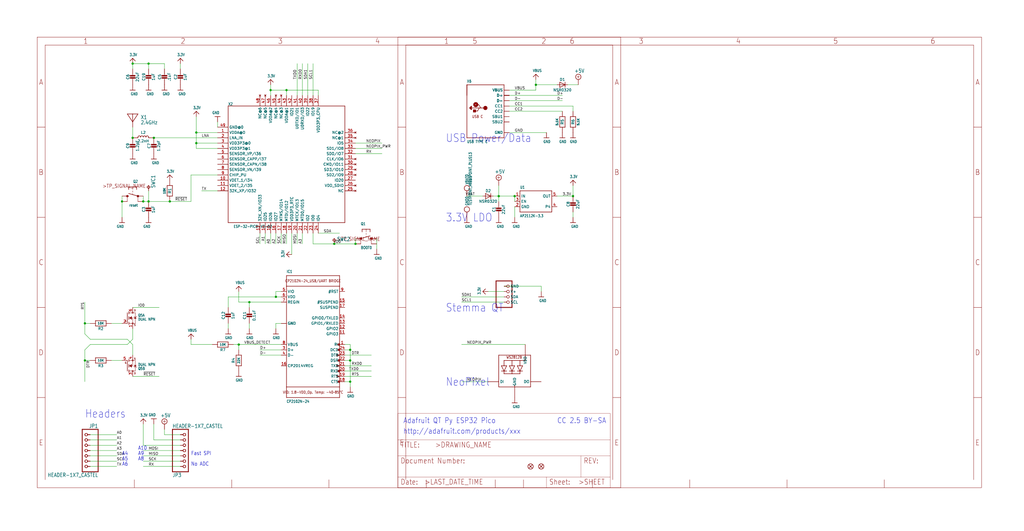
<source format=kicad_sch>
(kicad_sch (version 20211123) (generator eeschema)
  (paper "User" 490.22 254.406)
  (junction (at 71.12 30.48))
  (junction (at 93.98 68.58))
  (junction (at 238.76 93.98))
  (junction (at 119.38 144.78))
  (junction (at 114.3 165.1))
  (junction (at 160.02 116.84))
  (junction (at 137.16 43.18))
  (junction (at 71.12 96.52))
  (junction (at 63.5 30.48))
  (junction (at 132.08 142.24))
  (junction (at 246.38 93.98))
  (junction (at 167.64 167.64))
  (junction (at 93.98 63.5))
  (junction (at 40.64 154.94))
  (junction (at 129.54 43.18))
  (junction (at 170.18 116.84))
  (junction (at 256.54 40.64))
  (junction (at 167.64 172.72))
  (junction (at 167.64 182.88))
  (junction (at 73.66 66.04))
  (junction (at 68.58 96.52))
  (junction (at 274.32 93.98))
  (junction (at 81.28 96.52))
  (junction (at 40.64 172.72))
  (junction (at 63.5 66.04))
  (junction (at 58.42 96.52))
  (wire (pts (xy 246.38 96.52) (xy 246.38 93.98)))
  (wire (pts (xy 68.58 213.36) (xy 68.58 203.2)))
  (wire (pts (xy 114.3 165.1) (xy 111.76 165.1)))
  (wire (pts (xy 165.1 170.18) (xy 177.8 170.18)))
  (wire (pts (xy 238.76 88.9) (xy 238.76 93.98)))
  (wire (pts (xy 43.18 215.9) (xy 55.88 215.9)))
  (wire (pts (xy 68.58 96.52) (xy 71.12 96.52)))
  (wire (pts (xy 243.84 48.26) (xy 269.24 48.26)))
  (wire (pts (xy 241.3 139.7) (xy 233.68 139.7)))
  (wire (pts (xy 43.18 162.56) (xy 40.64 160.02)))
  (wire (pts (xy 132.08 111.76) (xy 132.08 116.84)))
  (wire (pts (xy 86.36 223.52) (xy 68.58 223.52)))
  (wire (pts (xy 170.18 68.58) (xy 182.88 68.58)))
  (wire (pts (xy 91.44 165.1) (xy 91.44 162.56)))
  (wire (pts (xy 134.62 139.7) (xy 132.08 139.7)))
  (wire (pts (xy 93.98 63.5) (xy 93.98 55.88)))
  (wire (pts (xy 137.16 43.18) (xy 152.4 43.18)))
  (wire (pts (xy 165.1 175.26) (xy 177.8 175.26)))
  (wire (pts (xy 114.3 144.78) (xy 114.3 139.7)))
  (wire (pts (xy 76.2 180.34) (xy 63.5 180.34)))
  (wire (pts (xy 63.5 165.1) (xy 60.96 162.56)))
  (wire (pts (xy 165.1 182.88) (xy 167.64 182.88)))
  (wire (pts (xy 104.14 60.96) (xy 104.14 58.42)))
  (wire (pts (xy 86.36 30.48) (xy 86.36 33.02)))
  (wire (pts (xy 86.36 218.44) (xy 68.58 218.44)))
  (wire (pts (xy 63.5 66.04) (xy 63.5 60.96)))
  (wire (pts (xy 43.18 210.82) (xy 55.88 210.82)))
  (wire (pts (xy 167.64 172.72) (xy 165.1 172.72)))
  (wire (pts (xy 104.14 71.12) (xy 93.98 71.12)))
  (wire (pts (xy 104.14 83.82) (xy 91.44 83.82)))
  (wire (pts (xy 167.64 165.1) (xy 167.64 167.64)))
  (wire (pts (xy 40.64 172.72) (xy 43.18 172.72)))
  (wire (pts (xy 134.62 144.78) (xy 119.38 144.78)))
  (wire (pts (xy 243.84 50.8) (xy 274.32 50.8)))
  (wire (pts (xy 78.74 208.28) (xy 78.74 205.74)))
  (wire (pts (xy 233.68 182.88) (xy 220.98 182.88)))
  (wire (pts (xy 63.5 147.32) (xy 76.2 147.32)))
  (wire (pts (xy 124.46 111.76) (xy 124.46 116.84)))
  (wire (pts (xy 86.36 208.28) (xy 78.74 208.28)))
  (wire (pts (xy 134.62 142.24) (xy 132.08 142.24)))
  (wire (pts (xy 137.16 43.18) (xy 137.16 45.72)))
  (wire (pts (xy 139.7 121.92) (xy 139.7 111.76)))
  (wire (pts (xy 271.78 40.64) (xy 276.86 40.64)))
  (wire (pts (xy 132.08 142.24) (xy 109.22 142.24)))
  (wire (pts (xy 93.98 68.58) (xy 104.14 68.58)))
  (wire (pts (xy 144.78 45.72) (xy 144.78 30.48)))
  (wire (pts (xy 170.18 71.12) (xy 182.88 71.12)))
  (wire (pts (xy 256.54 40.64) (xy 256.54 43.18)))
  (wire (pts (xy 177.8 177.8) (xy 165.1 177.8)))
  (wire (pts (xy 101.6 165.1) (xy 91.44 165.1)))
  (wire (pts (xy 261.62 63.5) (xy 243.84 63.5)))
  (wire (pts (xy 241.3 144.78) (xy 220.98 144.78)))
  (wire (pts (xy 60.96 162.56) (xy 43.18 162.56)))
  (wire (pts (xy 132.08 154.94) (xy 132.08 157.48)))
  (wire (pts (xy 246.38 99.06) (xy 246.38 104.14)))
  (wire (pts (xy 129.54 45.72) (xy 129.54 43.18)))
  (wire (pts (xy 58.42 104.14) (xy 58.42 96.52)))
  (wire (pts (xy 104.14 91.44) (xy 96.52 91.44)))
  (wire (pts (xy 109.22 142.24) (xy 109.22 147.32)))
  (wire (pts (xy 256.54 40.64) (xy 266.7 40.64)))
  (wire (pts (xy 63.5 33.02) (xy 63.5 30.48)))
  (wire (pts (xy 119.38 144.78) (xy 119.38 147.32)))
  (wire (pts (xy 144.78 111.76) (xy 144.78 116.84)))
  (wire (pts (xy 68.58 96.52) (xy 68.58 93.98)))
  (wire (pts (xy 86.36 220.98) (xy 68.58 220.98)))
  (wire (pts (xy 134.62 165.1) (xy 114.3 165.1)))
  (wire (pts (xy 180.34 114.3) (xy 180.34 119.38)))
  (wire (pts (xy 71.12 91.44) (xy 71.12 96.52)))
  (wire (pts (xy 78.74 33.02) (xy 78.74 30.48)))
  (wire (pts (xy 149.86 116.84) (xy 160.02 116.84)))
  (wire (pts (xy 124.46 167.64) (xy 134.62 167.64)))
  (wire (pts (xy 127 111.76) (xy 127 116.84)))
  (wire (pts (xy 236.22 93.98) (xy 238.76 93.98)))
  (wire (pts (xy 274.32 88.9) (xy 274.32 93.98)))
  (wire (pts (xy 43.18 220.98) (xy 55.88 220.98)))
  (wire (pts (xy 63.5 157.48) (xy 63.5 162.56)))
  (wire (pts (xy 55.88 213.36) (xy 43.18 213.36)))
  (wire (pts (xy 78.74 30.48) (xy 71.12 30.48)))
  (wire (pts (xy 259.08 137.16) (xy 259.08 139.7)))
  (wire (pts (xy 58.42 172.72) (xy 53.34 172.72)))
  (wire (pts (xy 40.64 144.78) (xy 40.64 154.94)))
  (wire (pts (xy 256.54 43.18) (xy 243.84 43.18)))
  (wire (pts (xy 124.46 170.18) (xy 134.62 170.18)))
  (wire (pts (xy 55.88 218.44) (xy 43.18 218.44)))
  (wire (pts (xy 129.54 43.18) (xy 129.54 40.64)))
  (wire (pts (xy 152.4 111.76) (xy 162.56 111.76)))
  (wire (pts (xy 170.18 73.66) (xy 182.88 73.66)))
  (wire (pts (xy 170.18 114.3) (xy 170.18 116.84)))
  (wire (pts (xy 93.98 71.12) (xy 93.98 68.58)))
  (wire (pts (xy 134.62 111.76) (xy 134.62 116.84)))
  (wire (pts (xy 149.86 45.72) (xy 149.86 30.48)))
  (wire (pts (xy 238.76 93.98) (xy 246.38 93.98)))
  (wire (pts (xy 119.38 144.78) (xy 114.3 144.78)))
  (wire (pts (xy 241.3 137.16) (xy 259.08 137.16)))
  (wire (pts (xy 142.24 45.72) (xy 142.24 30.48)))
  (wire (pts (xy 274.32 104.14) (xy 274.32 101.6)))
  (wire (pts (xy 43.18 223.52) (xy 55.88 223.52)))
  (wire (pts (xy 266.7 93.98) (xy 274.32 93.98)))
  (wire (pts (xy 63.5 162.56) (xy 60.96 165.1)))
  (wire (pts (xy 223.52 93.98) (xy 231.14 93.98)))
  (wire (pts (xy 165.1 180.34) (xy 177.8 180.34)))
  (wire (pts (xy 241.3 142.24) (xy 220.98 142.24)))
  (wire (pts (xy 86.36 210.82) (xy 73.66 210.82)))
  (wire (pts (xy 40.64 160.02) (xy 40.64 154.94)))
  (wire (pts (xy 170.18 116.84) (xy 160.02 116.84)))
  (wire (pts (xy 119.38 154.94) (xy 119.38 157.48)))
  (wire (pts (xy 71.12 96.52) (xy 81.28 96.52)))
  (wire (pts (xy 132.08 139.7) (xy 132.08 142.24)))
  (wire (pts (xy 238.76 96.52) (xy 238.76 93.98)))
  (wire (pts (xy 243.84 45.72) (xy 269.24 45.72)))
  (wire (pts (xy 137.16 111.76) (xy 137.16 116.84)))
  (wire (pts (xy 71.12 30.48) (xy 63.5 30.48)))
  (wire (pts (xy 40.64 154.94) (xy 43.18 154.94)))
  (wire (pts (xy 167.64 167.64) (xy 165.1 167.64)))
  (wire (pts (xy 129.54 111.76) (xy 129.54 116.84)))
  (wire (pts (xy 91.44 83.82) (xy 91.44 96.52)))
  (wire (pts (xy 243.84 53.34) (xy 269.24 53.34)))
  (wire (pts (xy 109.22 154.94) (xy 109.22 157.48)))
  (wire (pts (xy 53.34 154.94) (xy 58.42 154.94)))
  (wire (pts (xy 251.46 165.1) (xy 220.98 165.1)))
  (wire (pts (xy 73.66 66.04) (xy 104.14 66.04)))
  (wire (pts (xy 167.64 182.88) (xy 167.64 172.72)))
  (wire (pts (xy 86.36 213.36) (xy 68.58 213.36)))
  (wire (pts (xy 86.36 215.9) (xy 68.58 215.9)))
  (wire (pts (xy 81.28 96.52) (xy 91.44 96.52)))
  (wire (pts (xy 147.32 45.72) (xy 147.32 30.48)))
  (wire (pts (xy 256.54 38.1) (xy 256.54 40.64)))
  (wire (pts (xy 58.42 93.98) (xy 58.42 96.52)))
  (wire (pts (xy 43.18 165.1) (xy 40.64 167.64)))
  (wire (pts (xy 114.3 165.1) (xy 114.3 167.64)))
  (wire (pts (xy 152.4 45.72) (xy 152.4 43.18)))
  (wire (pts (xy 40.64 167.64) (xy 40.64 172.72)))
  (wire (pts (xy 165.1 165.1) (xy 167.64 165.1)))
  (wire (pts (xy 167.64 172.72) (xy 167.64 167.64)))
  (wire (pts (xy 149.86 111.76) (xy 149.86 116.84)))
  (wire (pts (xy 55.88 208.28) (xy 43.18 208.28)))
  (wire (pts (xy 93.98 63.5) (xy 93.98 68.58)))
  (wire (pts (xy 60.96 165.1) (xy 43.18 165.1)))
  (wire (pts (xy 129.54 43.18) (xy 137.16 43.18)))
  (wire (pts (xy 71.12 33.02) (xy 71.12 30.48)))
  (wire (pts (xy 40.64 172.72) (xy 40.64 182.88)))
  (wire (pts (xy 134.62 154.94) (xy 132.08 154.94)))
  (wire (pts (xy 167.64 182.88) (xy 167.64 185.42)))
  (wire (pts (xy 73.66 210.82) (xy 73.66 203.2)))
  (wire (pts (xy 104.14 63.5) (xy 93.98 63.5)))
  (wire (pts (xy 142.24 111.76) (xy 142.24 116.84)))
  (wire (pts (xy 63.5 170.18) (xy 63.5 165.1)))
  (wire (pts (xy 274.32 50.8) (xy 274.32 53.34)))
  (text "Adafruit QT Py ESP32 Pico" (at 193.04 203.2 180) (effects (font (size 2.54 2.159)) (justify left bottom)))
  (text "Headers" (at 40.64 200.66 180) (effects (font (size 3.81 3.2385)) (justify left bottom)))
  (text "3.3V LDO" (at 213.36 106.68 180) (effects (font (size 3.81 3.2385)) (justify left bottom)))
  (text "USB Power/Data" (at 213.36 68.58 180) (effects (font (size 3.81 3.2385)) (justify left bottom)))
  (text "A9" (at 66.04 218.44 180) (effects (font (size 1.778 1.5113)) (justify left bottom)))
  (text "A4" (at 58.42 218.44 180) (effects (font (size 1.778 1.5113)) (justify left bottom)))
  (text "A5" (at 58.42 220.98 180) (effects (font (size 1.778 1.5113)) (justify left bottom)))
  (text "A10" (at 66.04 215.9 180) (effects (font (size 1.778 1.5113)) (justify left bottom)))
  (text "NeoPixel" (at 213.36 185.42 180) (effects (font (size 3.81 3.2385)) (justify left bottom)))
  (text "A6" (at 58.42 223.52 180) (effects (font (size 1.778 1.5113)) (justify left bottom)))
  (text "CC 2.5 BY-SA" (at 266.7 203.2 180) (effects (font (size 2.54 2.159)) (justify left bottom)))
  (text "http://adafruit.com/products/xxx" (at 193.04 208.28 180) (effects (font (size 2.54 2.159)) (justify left bottom)))
  (text "Stemma QT" (at 213.36 149.86 180) (effects (font (size 3.81 3.2385)) (justify left bottom)))
  (text "No ADC" (at 91.44 223.52 180) (effects (font (size 1.778 1.5113)) (justify left bottom)))
  (text "A8" (at 66.04 220.98 180) (effects (font (size 1.778 1.5113)) (justify left bottom)))
  (text "Fast SPI" (at 91.44 218.44 180) (effects (font (size 1.778 1.5113)) (justify left bottom)))
  (label "MOSI" (at 71.12 215.9 0) (effects (font (size 1.2446 1.2446))))
  (label "A0" (at 129.54 116.84 90) (effects (font (size 1.2446 1.2446))))
  (label "SCK" (at 71.12 220.98 0) (effects (font (size 1.2446 1.2446))))
  (label "RX" (at 71.12 223.52 0) (effects (font (size 1.2446 1.2446))))
  (label "NEOPIX_PWR" (at 223.52 165.1 0) (effects (font (size 1.2446 1.2446))))
  (label "TX" (at 96.52 91.44 0) (effects (font (size 1.2446 1.2446))))
  (label "A1" (at 55.88 210.82 0) (effects (font (size 1.2446 1.2446))))
  (label "A1" (at 127 115.57 90) (effects (font (size 1.2446 1.2446))))
  (label "A3" (at 55.88 215.9 0) (effects (font (size 1.2446 1.2446))))
  (label "NEOPIX" (at 223.52 182.88 0) (effects (font (size 1.2446 1.2446))))
  (label "VBUS" (at 246.38 43.18 0) (effects (font (size 1.2446 1.2446))))
  (label "RTS" (at 168.275 180.34 0) (effects (font (size 1.2446 1.2446))))
  (label "SCL1" (at 220.98 144.78 0) (effects (font (size 1.2446 1.2446))))
  (label "RXD0" (at 168.275 175.26 0) (effects (font (size 1.2446 1.2446))))
  (label "RTS" (at 40.64 144.78 270) (effects (font (size 1.2446 1.2446))))
  (label "TXD0" (at 167.005 177.8 0) (effects (font (size 1.2446 1.2446))))
  (label "CC2" (at 246.38 53.34 0) (effects (font (size 1.2446 1.2446))))
  (label "VBAT" (at 227.33 93.98 180) (effects (font (size 1.2446 1.2446))))
  (label "SCL" (at 124.46 116.84 90) (effects (font (size 1.2446 1.2446))))
  (label "SCL" (at 55.88 220.98 0) (effects (font (size 1.2446 1.2446))))
  (label "~{RESET}" (at 68.58 180.34 0) (effects (font (size 1.2446 1.2446))))
  (label "RX" (at 175.26 73.66 0) (effects (font (size 1.2446 1.2446))))
  (label "D-" (at 246.38 48.26 0) (effects (font (size 1.2446 1.2446))))
  (label "D+" (at 246.38 45.72 0) (effects (font (size 1.2446 1.2446))))
  (label "MOSI" (at 142.24 116.84 90) (effects (font (size 1.2446 1.2446))))
  (label "NEOPIX" (at 175.26 68.58 0) (effects (font (size 1.2446 1.2446))))
  (label "DTR" (at 43.18 172.72 270) (effects (font (size 1.2446 1.2446))))
  (label "A2" (at 55.88 213.36 0) (effects (font (size 1.2446 1.2446))))
  (label "SDA" (at 55.88 218.44 0) (effects (font (size 1.2446 1.2446))))
  (label "DTR" (at 168.275 170.18 0) (effects (font (size 1.2446 1.2446))))
  (label "MISO" (at 137.16 116.84 90) (effects (font (size 1.2446 1.2446))))
  (label "CC1" (at 246.38 50.8 0) (effects (font (size 1.2446 1.2446))))
  (label "3.3V" (at 269.24 93.98 0) (effects (font (size 1.2446 1.2446))))
  (label "RXD0" (at 144.78 38.1 90) (effects (font (size 1.2446 1.2446))))
  (label "NEOPIX_PWR" (at 175.26 71.12 0) (effects (font (size 1.2446 1.2446))))
  (label "LNA" (at 96.52 66.04 0) (effects (font (size 1.2446 1.2446))))
  (label "SCL1" (at 149.86 38.1 90) (effects (font (size 1.2446 1.2446))))
  (label "SCK" (at 134.62 116.84 90) (effects (font (size 1.2446 1.2446))))
  (label "D-" (at 124.46 170.18 0) (effects (font (size 1.2446 1.2446))))
  (label "IO0" (at 66.04 147.32 0) (effects (font (size 1.2446 1.2446))))
  (label "A2" (at 132.08 116.84 90) (effects (font (size 1.2446 1.2446))))
  (label "SDA1" (at 220.98 142.24 0) (effects (font (size 1.2446 1.2446))))
  (label "D+" (at 266.7 45.72 0) (effects (font (size 1.2446 1.2446))))
  (label "VBUS_DETECT" (at 116.84 165.1 0) (effects (font (size 1.2446 1.2446))))
  (label "SDA" (at 154.94 111.76 0) (effects (font (size 1.2446 1.2446))))
  (label "D+" (at 124.46 167.64 0) (effects (font (size 1.2446 1.2446))))
  (label "TXD0" (at 142.24 38.1 90) (effects (font (size 1.2446 1.2446))))
  (label "IO0" (at 160.02 116.84 0) (effects (font (size 1.2446 1.2446))))
  (label "SDA1" (at 147.32 38.1 90) (effects (font (size 1.2446 1.2446))))
  (label "A3" (at 144.78 116.84 90) (effects (font (size 1.2446 1.2446))))
  (label "A0" (at 55.88 208.28 0) (effects (font (size 1.2446 1.2446))))
  (label "MISO" (at 71.12 218.44 0) (effects (font (size 1.2446 1.2446))))
  (label "~{RESET}" (at 83.82 96.52 0) (effects (font (size 1.2446 1.2446))))
  (label "D-" (at 266.7 48.26 0) (effects (font (size 1.2446 1.2446))))
  (label "GND" (at 246.38 63.5 0) (effects (font (size 1.2446 1.2446))))
  (label "TX" (at 55.88 223.52 0) (effects (font (size 1.2446 1.2446))))
  (symbol (lib_id "schematicEagle-eagle-import:+5V") (at 78.74 203.2 0) (unit 1)
    (property "Reference" "#SUPPLY3" (effects hide))
    (property "Value" "+5V" (at 76.835 200.025 0) (effects (font (size 1.778 1.5113)) (justify left bottom)))
    (property "Footprint" "schematicEagle:" (effects hide))
  )
  (symbol (lib_id "schematicEagle-eagle-import:3.3V") (at 63.5 27.94 0) (unit 1)
    (property "Reference" "#U$19" (effects hide))
    (property "Value" "3.3V" (at 61.976 26.924 0) (effects (font (size 1.27 1.0795)) (justify left bottom)))
    (property "Footprint" "schematicEagle:" (effects hide))
  )
  (symbol (lib_id "schematicEagle-eagle-import:GND") (at 274.32 66.04 0) (unit 1)
    (property "Reference" "#U$14" (effects hide))
    (property "Value" "GND" (at 272.796 68.58 0) (effects (font (size 1.27 1.0795)) (justify left bottom)))
    (property "Footprint" "schematicEagle:" (effects hide))
  )
  (symbol (lib_id "schematicEagle-eagle-import:CAP_CERAMIC_0402NO") (at 63.5 71.12 0) (unit 1)
    (property "Reference" "C9" (at 61.21 69.87 90))
    (property "Value" "1.2pF" (at 65.8 69.87 90))
    (property "Footprint" "schematicEagle:_0402NO" (effects hide))
  )
  (symbol (lib_id "schematicEagle-eagle-import:GND") (at 223.52 106.68 0) (mirror y) (unit 1)
    (property "Reference" "#GND27" (effects hide))
    (property "Value" "GND" (at 226.06 109.22 0) (effects (font (size 1.27 1.0795)) (justify left bottom)))
    (property "Footprint" "schematicEagle:" (effects hide))
  )
  (symbol (lib_id "schematicEagle-eagle-import:GND") (at 261.62 66.04 0) (unit 1)
    (property "Reference" "#U$1" (effects hide))
    (property "Value" "GND" (at 260.096 68.58 0) (effects (font (size 1.27 1.0795)) (justify left bottom)))
    (property "Footprint" "schematicEagle:" (effects hide))
  )
  (symbol (lib_id "schematicEagle-eagle-import:GND") (at 109.22 160.02 0) (unit 1)
    (property "Reference" "#U$27" (effects hide))
    (property "Value" "GND" (at 107.696 162.56 0) (effects (font (size 1.27 1.0795)) (justify left bottom)))
    (property "Footprint" "schematicEagle:" (effects hide))
  )
  (symbol (lib_id "schematicEagle-eagle-import:3.3V") (at 93.98 53.34 0) (unit 1)
    (property "Reference" "#U$7" (effects hide))
    (property "Value" "3.3V" (at 92.456 52.324 0) (effects (font (size 1.27 1.0795)) (justify left bottom)))
    (property "Footprint" "schematicEagle:" (effects hide))
  )
  (symbol (lib_id "schematicEagle-eagle-import:CAP_CERAMIC_0402NO") (at 71.12 101.6 0) (unit 1)
    (property "Reference" "C3" (at 68.83 100.35 90))
    (property "Value" "1uF" (at 73.42 100.35 90))
    (property "Footprint" "schematicEagle:_0402NO" (effects hide))
  )
  (symbol (lib_id "schematicEagle-eagle-import:CAP_CERAMIC_0402NO") (at 119.38 152.4 0) (unit 1)
    (property "Reference" "C11" (at 117.09 151.15 90))
    (property "Value" "0.1uF" (at 121.68 151.15 90))
    (property "Footprint" "schematicEagle:_0402NO" (effects hide))
  )
  (symbol (lib_id "schematicEagle-eagle-import:3.3V") (at 231.14 139.7 90) (unit 1)
    (property "Reference" "#U$2" (effects hide))
    (property "Value" "3.3V" (at 230.124 141.224 0) (effects (font (size 1.27 1.0795)) (justify left bottom)))
    (property "Footprint" "schematicEagle:" (effects hide))
  )
  (symbol (lib_id "schematicEagle-eagle-import:DIODE_SOD323MINI") (at 233.68 93.98 0) (unit 1)
    (property "Reference" "D2" (at 233.68 91.44 0))
    (property "Value" "  NSR0320" (at 233.68 96.48 0))
    (property "Footprint" "schematicEagle:SOD-323_MINI" (effects hide))
  )
  (symbol (lib_id "schematicEagle-eagle-import:WS2812B_SK6805_1515") (at 246.38 180.34 0) (unit 1)
    (property "Reference" "LED1" (effects hide))
    (property "Value" "WS2812B_SK6805_1515" (effects hide))
    (property "Footprint" "schematicEagle:SK6805_1515" (effects hide))
  )
  (symbol (lib_id "schematicEagle-eagle-import:DIODE_SOD323MINI") (at 269.24 40.64 0) (unit 1)
    (property "Reference" "D1" (at 269.24 38.1 0))
    (property "Value" "  NSR0320" (at 269.24 43.14 0))
    (property "Footprint" "schematicEagle:SOD-323_MINI" (effects hide))
  )
  (symbol (lib_id "schematicEagle-eagle-import:GND") (at 259.08 142.24 0) (mirror y) (unit 1)
    (property "Reference" "#GND8" (effects hide))
    (property "Value" "GND" (at 261.62 144.78 0) (effects (font (size 1.27 1.0795)) (justify left bottom)))
    (property "Footprint" "schematicEagle:" (effects hide))
  )
  (symbol (lib_id "schematicEagle-eagle-import:TPB1,27") (at 160.02 114.3 0) (unit 1)
    (property "Reference" "SWC2" (at 161.29 115.57 0) (effects (font (size 1.778 1.5113)) (justify left bottom)))
    (property "Value" "TPB1,27" (effects hide))
    (property "Footprint" "schematicEagle:B1,27" (effects hide))
  )
  (symbol (lib_id "schematicEagle-eagle-import:CAP_CERAMIC_0603WIDE") (at 71.12 38.1 0) (unit 1)
    (property "Reference" "C19" (at 68.83 36.85 90))
    (property "Value" "1uF" (at 73.42 36.85 90))
    (property "Footprint" "schematicEagle:0603-NO_WIDE" (effects hide))
  )
  (symbol (lib_id "schematicEagle-eagle-import:RESISTOR_0402NO") (at 114.3 172.72 90) (unit 1)
    (property "Reference" "R4" (at 111.76 172.72 0))
    (property "Value" "22K" (at 114.3 172.72 0) (effects (font (size 1.016 1.016) bold)))
    (property "Footprint" "schematicEagle:_0402NO" (effects hide))
  )
  (symbol (lib_id "schematicEagle-eagle-import:RESISTOR_0402NO") (at 81.28 91.44 270) (unit 1)
    (property "Reference" "R1" (at 81.28 91.44 0))
    (property "Value" "10K" (at 78.74 91.44 0) (effects (font (size 1.016 1.016) bold)))
    (property "Footprint" "schematicEagle:_0402NO" (effects hide))
  )
  (symbol (lib_id "schematicEagle-eagle-import:GND") (at 246.38 106.68 0) (mirror y) (unit 1)
    (property "Reference" "#GND1" (effects hide))
    (property "Value" "GND" (at 248.92 109.22 0) (effects (font (size 1.27 1.0795)) (justify left bottom)))
    (property "Footprint" "schematicEagle:" (effects hide))
  )
  (symbol (lib_id "schematicEagle-eagle-import:3.3V") (at 86.36 27.94 0) (unit 1)
    (property "Reference" "#U$17" (effects hide))
    (property "Value" "3.3V" (at 84.836 26.924 0) (effects (font (size 1.27 1.0795)) (justify left bottom)))
    (property "Footprint" "schematicEagle:" (effects hide))
  )
  (symbol (lib_id "schematicEagle-eagle-import:3.3V") (at 68.58 200.66 0) (unit 1)
    (property "Reference" "#U$10" (effects hide))
    (property "Value" "3.3V" (at 67.056 199.644 0) (effects (font (size 1.27 1.0795)) (justify left bottom)))
    (property "Footprint" "schematicEagle:" (effects hide))
  )
  (symbol (lib_id "schematicEagle-eagle-import:MOSFET-N_DUAL") (at 60.96 152.4 0) (unit 1)
    (property "Reference" "Q5" (at 66.04 151.765 0) (effects (font (size 1.27 1.0795)) (justify left bottom)))
    (property "Value" "DUAL NPN" (at 66.04 153.67 0) (effects (font (size 1.27 1.0795)) (justify left bottom)))
    (property "Footprint" "schematicEagle:SOT363" (effects hide))
  )
  (symbol (lib_id "schematicEagle-eagle-import:FIDUCIAL_1MM") (at 259.08 223.52 0) (unit 1)
    (property "Reference" "U$6" (effects hide))
    (property "Value" "FIDUCIAL_1MM" (effects hide))
    (property "Footprint" "schematicEagle:FIDUCIAL_1MM" (effects hide))
  )
  (symbol (lib_id "schematicEagle-eagle-import:GND") (at 180.34 121.92 0) (mirror y) (unit 1)
    (property "Reference" "#GND7" (effects hide))
    (property "Value" "GND" (at 182.88 124.46 0) (effects (font (size 1.27 1.0795)) (justify left bottom)))
    (property "Footprint" "schematicEagle:" (effects hide))
  )
  (symbol (lib_id "schematicEagle-eagle-import:VBUS") (at 91.44 160.02 0) (unit 1)
    (property "Reference" "#U$29" (effects hide))
    (property "Value" "VBUS" (at 89.916 159.004 0) (effects (font (size 1.27 1.0795)) (justify left bottom)))
    (property "Footprint" "schematicEagle:" (effects hide))
  )
  (symbol (lib_id "schematicEagle-eagle-import:ESP-32-PICO-V3-02") (at 137.16 78.74 0) (unit 1)
    (property "Reference" "X2" (at 109.22 50.546 0) (effects (font (size 1.27 1.0795)) (justify left bottom)))
    (property "Value" "ESP-32-PICO-V3-02" (at 111.76 109.22 0) (effects (font (size 1.27 1.0795)) (justify left bottom)))
    (property "Footprint" "schematicEagle:QFN48_7X7" (effects hide))
  )
  (symbol (lib_id "schematicEagle-eagle-import:GND") (at 71.12 106.68 0) (unit 1)
    (property "Reference" "#GND4" (effects hide))
    (property "Value" "GND" (at 68.58 109.22 0) (effects (font (size 1.27 1.0795)) (justify left bottom)))
    (property "Footprint" "schematicEagle:" (effects hide))
  )
  (symbol (lib_id "schematicEagle-eagle-import:VBUS") (at 114.3 137.16 0) (unit 1)
    (property "Reference" "#U$21" (effects hide))
    (property "Value" "VBUS" (at 112.776 136.144 0) (effects (font (size 1.27 1.0795)) (justify left bottom)))
    (property "Footprint" "schematicEagle:" (effects hide))
  )
  (symbol (lib_id "schematicEagle-eagle-import:+5V") (at 276.86 38.1 0) (unit 1)
    (property "Reference" "#SUPPLY2" (effects hide))
    (property "Value" "+5V" (at 274.955 34.925 0) (effects (font (size 1.778 1.5113)) (justify left bottom)))
    (property "Footprint" "schematicEagle:" (effects hide))
  )
  (symbol (lib_id "schematicEagle-eagle-import:STEMMA_I2C_QTSKINNY") (at 241.3 142.24 0) (unit 1)
    (property "Reference" "CONN1" (effects hide))
    (property "Value" "STEMMA_I2C_QTSKINNY" (effects hide))
    (property "Footprint" "schematicEagle:JST_SH4_SKINNY" (effects hide))
  )
  (symbol (lib_id "schematicEagle-eagle-import:SWITCH_TACT_SMT4.6X2.8") (at 175.26 114.3 0) (unit 1)
    (property "Reference" "Q1" (at 172.72 107.95 0) (effects (font (size 1.27 1.0795)) (justify left bottom)))
    (property "Value" "BOOT0" (at 172.72 119.38 0) (effects (font (size 1.27 1.0795)) (justify left bottom)))
    (property "Footprint" "schematicEagle:BTN_KMR2_4.6X2.8" (effects hide))
  )
  (symbol (lib_id "schematicEagle-eagle-import:GND") (at 104.14 55.88 0) (mirror x) (unit 1)
    (property "Reference" "#GND9" (effects hide))
    (property "Value" "GND" (at 101.6 53.34 0) (effects (font (size 1.27 1.0795)) (justify left bottom)))
    (property "Footprint" "schematicEagle:" (effects hide))
  )
  (symbol (lib_id "schematicEagle-eagle-import:RESISTOR_0402NO") (at 48.26 172.72 180) (unit 1)
    (property "Reference" "R3" (at 48.26 175.26 0))
    (property "Value" "10K" (at 48.26 172.72 0) (effects (font (size 1.016 1.016) bold)))
    (property "Footprint" "schematicEagle:_0402NO" (effects hide))
  )
  (symbol (lib_id "schematicEagle-eagle-import:VBUS") (at 256.54 35.56 0) (unit 1)
    (property "Reference" "#U$5" (effects hide))
    (property "Value" "VBUS" (at 255.016 34.544 0) (effects (font (size 1.27 1.0795)) (justify left bottom)))
    (property "Footprint" "schematicEagle:" (effects hide))
  )
  (symbol (lib_id "schematicEagle-eagle-import:FRAME_A_L") (at 190.5 233.68 0) (unit 2)
    (property "Reference" "#FRAME1" (effects hide))
    (property "Value" "FRAME_A_L" (effects hide))
    (property "Footprint" "schematicEagle:" (effects hide))
  )
  (symbol (lib_id "schematicEagle-eagle-import:FIDUCIAL_1MM") (at 254 223.52 0) (unit 1)
    (property "Reference" "U$8" (effects hide))
    (property "Value" "FIDUCIAL_1MM" (effects hide))
    (property "Footprint" "schematicEagle:FIDUCIAL_1MM" (effects hide))
  )
  (symbol (lib_id "schematicEagle-eagle-import:SWITCH_TACT_SMT4.6X2.8") (at 63.5 93.98 0) (mirror y) (unit 1)
    (property "Reference" "Q2" (at 66.04 87.63 0) (effects (font (size 1.27 1.0795)) (justify left bottom)))
    (property "Value" "reset" (at 66.04 99.06 0) (effects (font (size 1.27 1.0795)) (justify left bottom)))
    (property "Footprint" "schematicEagle:BTN_KMR2_4.6X2.8" (effects hide))
  )
  (symbol (lib_id "schematicEagle-eagle-import:3.3V") (at 274.32 86.36 0) (unit 1)
    (property "Reference" "#U$16" (effects hide))
    (property "Value" "3.3V" (at 272.796 85.344 0) (effects (font (size 1.27 1.0795)) (justify left bottom)))
    (property "Footprint" "schematicEagle:" (effects hide))
  )
  (symbol (lib_id "schematicEagle-eagle-import:GND") (at 132.08 160.02 0) (unit 1)
    (property "Reference" "#U$15" (effects hide))
    (property "Value" "GND" (at 130.556 162.56 0) (effects (font (size 1.27 1.0795)) (justify left bottom)))
    (property "Footprint" "schematicEagle:" (effects hide))
  )
  (symbol (lib_id "schematicEagle-eagle-import:USB_C") (at 233.68 53.34 0) (unit 1)
    (property "Reference" "X6" (at 223.52 39.624 0) (effects (font (size 1.27 1.0795)) (justify left bottom)))
    (property "Value" "USB TYPE C" (at 223.52 68.58 0) (effects (font (size 1.27 1.0795)) (justify left bottom)))
    (property "Footprint" "schematicEagle:USB_C_CUSB31-CFM2AX-01-X" (effects hide))
  )
  (symbol (lib_id "schematicEagle-eagle-import:GND") (at 63.5 43.18 0) (mirror y) (unit 1)
    (property "Reference" "#GND10" (effects hide))
    (property "Value" "GND" (at 66.04 45.72 0) (effects (font (size 1.27 1.0795)) (justify left bottom)))
    (property "Footprint" "schematicEagle:" (effects hide))
  )
  (symbol (lib_id "schematicEagle-eagle-import:TESTPOINT_MINUS") (at 223.52 104.14 0) (unit 1)
    (property "Reference" "GND0" (at 223.52 98.552 90) (effects (font (size 1.27 1.0795)) (justify left)))
    (property "Value" "TESTPOINT_MINUS" (at 225.171 98.552 90) (effects (font (size 1.27 1.0795)) (justify left)))
    (property "Footprint" "schematicEagle:TESTPOINT_MINUS_1X3MM" (effects hide))
  )
  (symbol (lib_id "schematicEagle-eagle-import:RESISTOR_0402NO") (at 48.26 154.94 180) (unit 1)
    (property "Reference" "R2" (at 48.26 157.48 0))
    (property "Value" "10K" (at 48.26 154.94 0) (effects (font (size 1.016 1.016) bold)))
    (property "Footprint" "schematicEagle:_0402NO" (effects hide))
  )
  (symbol (lib_id "schematicEagle-eagle-import:GND") (at 71.12 43.18 0) (mirror y) (unit 1)
    (property "Reference" "#GND18" (effects hide))
    (property "Value" "GND" (at 73.66 45.72 0) (effects (font (size 1.27 1.0795)) (justify left bottom)))
    (property "Footprint" "schematicEagle:" (effects hide))
  )
  (symbol (lib_id "schematicEagle-eagle-import:CP2102N-24") (at 149.86 160.02 0) (unit 1)
    (property "Reference" "IC1" (at 137.16 130.81 0) (effects (font (size 1.27 1.0795)) (justify left bottom)))
    (property "Value" "CP2102N-24" (at 137.16 193.04 0) (effects (font (size 1.27 1.0795)) (justify left bottom)))
    (property "Footprint" "schematicEagle:QFN24_4MM_SMSC" (effects hide))
  )
  (symbol (lib_id "schematicEagle-eagle-import:3.3V") (at 81.28 83.82 0) (unit 1)
    (property "Reference" "#U$4" (effects hide))
    (property "Value" "3.3V" (at 79.756 82.804 0) (effects (font (size 1.27 1.0795)) (justify left bottom)))
    (property "Footprint" "schematicEagle:" (effects hide))
  )
  (symbol (lib_id "schematicEagle-eagle-import:RESISTOR_0402NO") (at 274.32 58.42 90) (unit 1)
    (property "Reference" "R6" (at 274.32 58.42 0))
    (property "Value" "5.1K" (at 276.86 58.42 0) (effects (font (size 1.016 1.016) bold)))
    (property "Footprint" "schematicEagle:_0402NO" (effects hide))
  )
  (symbol (lib_id "schematicEagle-eagle-import:3.3V") (at 137.16 121.92 90) (unit 1)
    (property "Reference" "#U$13" (effects hide))
    (property "Value" "3.3V" (at 136.144 123.444 0) (effects (font (size 1.27 1.0795)) (justify left bottom)))
    (property "Footprint" "schematicEagle:" (effects hide))
  )
  (symbol (lib_id "schematicEagle-eagle-import:GND") (at 274.32 106.68 0) (mirror y) (unit 1)
    (property "Reference" "#GND12" (effects hide))
    (property "Value" "GND" (at 276.86 109.22 0) (effects (font (size 1.27 1.0795)) (justify left bottom)))
    (property "Footprint" "schematicEagle:" (effects hide))
  )
  (symbol (lib_id "schematicEagle-eagle-import:CAP_CERAMIC0805-NOOUTLINE") (at 274.32 99.06 0) (unit 1)
    (property "Reference" "C8" (at 272.03 97.81 90))
    (property "Value" "22uF" (at 276.62 97.81 90))
    (property "Footprint" "schematicEagle:0805-NO" (effects hide))
  )
  (symbol (lib_id "schematicEagle-eagle-import:TESTPOINT_PLUS13") (at 223.52 93.98 0) (unit 1)
    (property "Reference" "VBAT0" (at 223.52 88.392 90) (effects (font (size 1.27 1.0795)) (justify left)))
    (property "Value" "TESTPOINT_PLUS13" (at 225.171 88.392 90) (effects (font (size 1.27 1.0795)) (justify left)))
    (property "Footprint" "schematicEagle:TESTPOINT_PLUS_1X3MM" (effects hide))
  )
  (symbol (lib_id "schematicEagle-eagle-import:VREG_SOT23-5") (at 256.54 96.52 0) (unit 1)
    (property "Reference" "U1" (at 248.92 90.424 0) (effects (font (size 1.27 1.0795)) (justify left bottom)))
    (property "Value" "AP2112K-3.3" (at 248.92 104.14 0) (effects (font (size 1.27 1.0795)) (justify left bottom)))
    (property "Footprint" "schematicEagle:SOT23-5" (effects hide))
  )
  (symbol (lib_id "schematicEagle-eagle-import:CAP_CERAMIC_0402NO") (at 109.22 152.4 0) (unit 1)
    (property "Reference" "C12" (at 106.93 151.15 90))
    (property "Value" "1uF" (at 111.52 151.15 90))
    (property "Footprint" "schematicEagle:_0402NO" (effects hide))
  )
  (symbol (lib_id "schematicEagle-eagle-import:GND") (at 246.38 193.04 0) (mirror y) (unit 1)
    (property "Reference" "#GND6" (effects hide))
    (property "Value" "GND" (at 248.92 195.58 0) (effects (font (size 1.27 1.0795)) (justify left bottom)))
    (property "Footprint" "schematicEagle:" (effects hide))
  )
  (symbol (lib_id "schematicEagle-eagle-import:GND") (at 119.38 160.02 0) (unit 1)
    (property "Reference" "#U$26" (effects hide))
    (property "Value" "GND" (at 117.856 162.56 0) (effects (font (size 1.27 1.0795)) (justify left bottom)))
    (property "Footprint" "schematicEagle:" (effects hide))
  )
  (symbol (lib_id "schematicEagle-eagle-import:CAP_CERAMIC0805-NOOUTLINE") (at 238.76 101.6 0) (unit 1)
    (property "Reference" "C1" (at 236.47 100.35 90))
    (property "Value" "22uF" (at 241.06 100.35 90))
    (property "Footprint" "schematicEagle:0805-NO" (effects hide))
  )
  (symbol (lib_id "schematicEagle-eagle-import:GND") (at 86.36 43.18 0) (mirror y) (unit 1)
    (property "Reference" "#GND5" (effects hide))
    (property "Value" "GND" (at 88.9 45.72 0) (effects (font (size 1.27 1.0795)) (justify left bottom)))
    (property "Footprint" "schematicEagle:" (effects hide))
  )
  (symbol (lib_id "schematicEagle-eagle-import:RESISTOR_0402NO") (at 269.24 58.42 90) (unit 1)
    (property "Reference" "R5" (at 269.24 58.42 0))
    (property "Value" "5.1K" (at 266.7 58.42 0) (effects (font (size 1.016 1.016) bold)))
    (property "Footprint" "schematicEagle:_0402NO" (effects hide))
  )
  (symbol (lib_id "schematicEagle-eagle-import:FRAME_A_L") (at 17.78 233.68 0) (unit 1)
    (property "Reference" "#FRAME1" (effects hide))
    (property "Value" "FRAME_A_L" (effects hide))
    (property "Footprint" "schematicEagle:" (effects hide))
  )
  (symbol (lib_id "schematicEagle-eagle-import:HEADER-1X7_CASTEL") (at 40.64 215.9 0) (mirror y) (unit 1)
    (property "Reference" "JP1" (at 46.99 205.105 0) (effects (font (size 1.778 1.5113)) (justify left bottom)))
    (property "Value" "HEADER-1X7_CASTEL" (at 46.99 228.6 0) (effects (font (size 1.778 1.5113)) (justify left bottom)))
    (property "Footprint" "schematicEagle:1X07_CASTEL" (effects hide))
  )
  (symbol (lib_id "schematicEagle-eagle-import:GND") (at 114.3 180.34 0) (unit 1)
    (property "Reference" "#U$28" (effects hide))
    (property "Value" "GND" (at 112.776 182.88 0) (effects (font (size 1.27 1.0795)) (justify left bottom)))
    (property "Footprint" "schematicEagle:" (effects hide))
  )
  (symbol (lib_id "schematicEagle-eagle-import:CAP_CERAMIC_0402NO") (at 78.74 38.1 0) (unit 1)
    (property "Reference" "C5" (at 76.45 36.85 90))
    (property "Value" ".1uF" (at 81.04 36.85 90))
    (property "Footprint" "schematicEagle:_0402NO" (effects hide))
  )
  (symbol (lib_id "schematicEagle-eagle-import:GND") (at 63.5 76.2 0) (mirror y) (unit 1)
    (property "Reference" "#GND15" (effects hide))
    (property "Value" "GND" (at 66.04 78.74 0) (effects (font (size 1.27 1.0795)) (justify left bottom)))
    (property "Footprint" "schematicEagle:" (effects hide))
  )
  (symbol (lib_id "schematicEagle-eagle-import:RESISTOR_0402NO") (at 106.68 165.1 180) (unit 1)
    (property "Reference" "R7" (at 106.68 167.64 0))
    (property "Value" "10K" (at 106.68 165.1 0) (effects (font (size 1.016 1.016) bold)))
    (property "Footprint" "schematicEagle:_0402NO" (effects hide))
  )
  (symbol (lib_id "schematicEagle-eagle-import:+5V") (at 238.76 86.36 0) (unit 1)
    (property "Reference" "#SUPPLY1" (effects hide))
    (property "Value" "+5V" (at 236.855 83.185 0) (effects (font (size 1.778 1.5113)) (justify left bottom)))
    (property "Footprint" "schematicEagle:" (effects hide))
  )
  (symbol (lib_id "schematicEagle-eagle-import:TPB1,27") (at 71.12 88.9 0) (mirror y) (unit 1)
    (property "Reference" "SWC1" (at 72.39 90.17 90) (effects (font (size 1.778 1.5113)) (justify left bottom)))
    (property "Value" "TPB1,27" (effects hide))
    (property "Footprint" "schematicEagle:B1,27" (effects hide))
  )
  (symbol (lib_id "schematicEagle-eagle-import:GND") (at 58.42 106.68 0) (unit 1)
    (property "Reference" "#GND14" (effects hide))
    (property "Value" "GND" (at 55.88 109.22 0) (effects (font (size 1.27 1.0795)) (justify left bottom)))
    (property "Footprint" "schematicEagle:" (effects hide))
  )
  (symbol (lib_id "schematicEagle-eagle-import:CAP_CERAMIC_0402NO") (at 73.66 71.12 0) (unit 1)
    (property "Reference" "C7" (at 71.37 69.87 90))
    (property "Value" "1.2pF" (at 75.96 69.87 90))
    (property "Footprint" "schematicEagle:_0402NO" (effects hide))
  )
  (symbol (lib_id "schematicEagle-eagle-import:GND") (at 78.74 43.18 0) (mirror y) (unit 1)
    (property "Reference" "#GND11" (effects hide))
    (property "Value" "GND" (at 81.28 45.72 0) (effects (font (size 1.27 1.0795)) (justify left bottom)))
    (property "Footprint" "schematicEagle:" (effects hide))
  )
  (symbol (lib_id "schematicEagle-eagle-import:INDUCTOR_0402") (at 68.58 66.04 0) (unit 1)
    (property "Reference" "L2" (at 68.58 63.5 0))
    (property "Value" "2.2nH" (at 68.58 67.58 0))
    (property "Footprint" "schematicEagle:_0402" (effects hide))
  )
  (symbol (lib_id "schematicEagle-eagle-import:GND") (at 167.64 187.96 0) (unit 1)
    (property "Reference" "#U$20" (effects hide))
    (property "Value" "GND" (at 166.116 190.5 0) (effects (font (size 1.27 1.0795)) (justify left bottom)))
    (property "Footprint" "schematicEagle:" (effects hide))
  )
  (symbol (lib_id "schematicEagle-eagle-import:CAP_CERAMIC_0402NO") (at 86.36 38.1 0) (unit 1)
    (property "Reference" "C2" (at 84.07 36.85 90))
    (property "Value" "1uF" (at 88.66 36.85 90))
    (property "Footprint" "schematicEagle:_0402NO" (effects hide))
  )
  (symbol (lib_id "schematicEagle-eagle-import:3.3V") (at 129.54 38.1 0) (unit 1)
    (property "Reference" "#U$18" (effects hide))
    (property "Value" "3.3V" (at 128.016 37.084 0) (effects (font (size 1.27 1.0795)) (justify left bottom)))
    (property "Footprint" "schematicEagle:" (effects hide))
  )
  (symbol (lib_id "schematicEagle-eagle-import:GND") (at 73.66 76.2 0) (mirror y) (unit 1)
    (property "Reference" "#GND16" (effects hide))
    (property "Value" "GND" (at 76.2 78.74 0) (effects (font (size 1.27 1.0795)) (justify left bottom)))
    (property "Footprint" "schematicEagle:" (effects hide))
  )
  (symbol (lib_id "schematicEagle-eagle-import:HEADER-1X7_CASTEL") (at 88.9 215.9 0) (mirror x) (unit 1)
    (property "Reference" "JP3" (at 82.55 226.695 0) (effects (font (size 1.778 1.5113)) (justify left bottom)))
    (property "Value" "HEADER-1X7_CASTEL" (at 82.55 203.2 0) (effects (font (size 1.778 1.5113)) (justify left bottom)))
    (property "Footprint" "schematicEagle:1X07_CASTEL" (effects hide))
  )
  (symbol (lib_id "schematicEagle-eagle-import:GND") (at 238.76 106.68 0) (mirror y) (unit 1)
    (property "Reference" "#GND3" (effects hide))
    (property "Value" "GND" (at 241.3 109.22 0) (effects (font (size 1.27 1.0795)) (justify left bottom)))
    (property "Footprint" "schematicEagle:" (effects hide))
  )
  (symbol (lib_id "schematicEagle-eagle-import:CAP_CERAMIC0805-NOOUTLINE") (at 63.5 38.1 0) (unit 1)
    (property "Reference" "C6" (at 61.21 36.85 90))
    (property "Value" "22uF" (at 65.8 36.85 90))
    (property "Footprint" "schematicEagle:0805-NO" (effects hide))
  )
  (symbol (lib_id "schematicEagle-eagle-import:GND") (at 73.66 200.66 0) (mirror x) (unit 1)
    (property "Reference" "#GND2" (effects hide))
    (property "Value" "GND" (at 71.12 198.12 0) (effects (font (size 1.27 1.0795)) (justify left bottom)))
    (property "Footprint" "schematicEagle:" (effects hide))
  )
  (symbol (lib_id "schematicEagle-eagle-import:MOSFET-N_DUAL") (at 60.96 175.26 0) (mirror x) (unit 2)
    (property "Reference" "Q5" (at 66.04 175.895 0) (effects (font (size 1.27 1.0795)) (justify left bottom)))
    (property "Value" "DUAL NPN" (at 66.04 173.99 0) (effects (font (size 1.27 1.0795)) (justify left bottom)))
    (property "Footprint" "schematicEagle:SOT363" (effects hide))
  )
  (symbol (lib_id "schematicEagle-eagle-import:ANTENNA_JOHANSON_2450AT18B100") (at 63.5 58.42 0) (unit 1)
    (property "Reference" "X1" (at 67.31 57.15 0) (effects (font (size 1.778 1.5113)) (justify left bottom)))
    (property "Value" "2.4GHz" (at 67.31 59.69 0) (effects (font (size 1.778 1.5113)) (justify left bottom)))
    (property "Footprint" "schematicEagle:ANT_2450AT18B100" (effects hide))
  )
  (symbol (lib_id "schematicEagle-eagle-import:GND") (at 269.24 66.04 0) (unit 1)
    (property "Reference" "#U$9" (effects hide))
    (property "Value" "GND" (at 267.716 68.58 0) (effects (font (size 1.27 1.0795)) (justify left bottom)))
    (property "Footprint" "schematicEagle:" (effects hide))
  )
)
</source>
